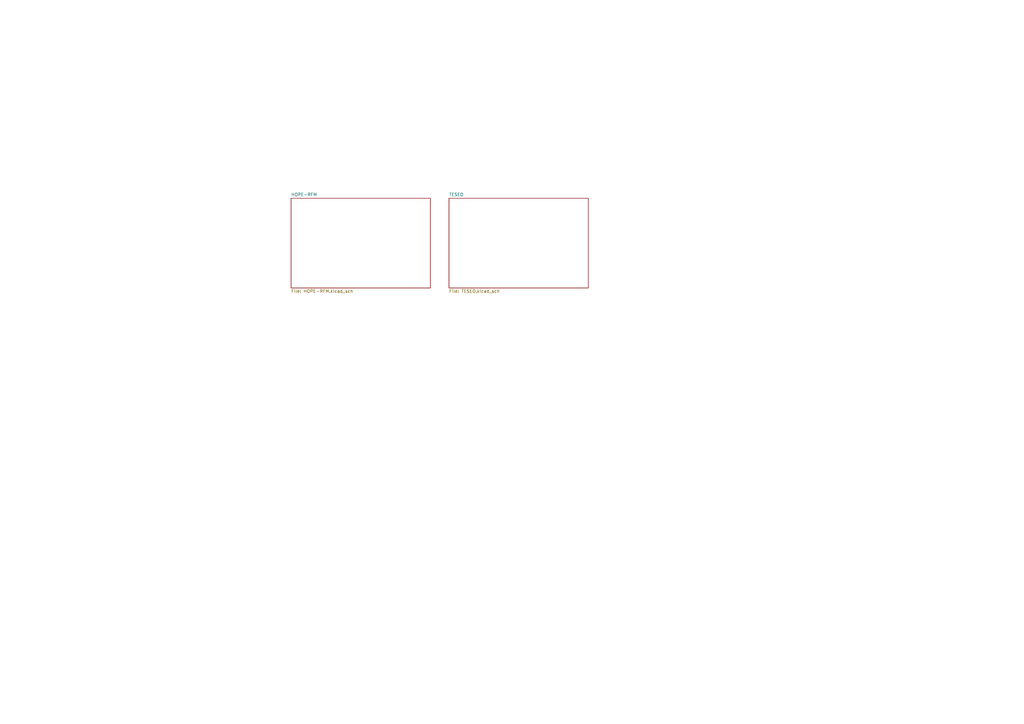
<source format=kicad_sch>
(kicad_sch (version 20230121) (generator eeschema)

  (uuid 25e87aab-0877-4568-a426-1d554c854643)

  (paper "A3")

  (title_block
    (title "MIDAS RF")
    (date "2023-09-15")
    (rev "A")
    (company "Illinois Space Society")
  )

  (lib_symbols
  )


  (sheet (at 119.38 81.28) (size 57.15 36.83) (fields_autoplaced)
    (stroke (width 0.1524) (type solid))
    (fill (color 0 0 0 0.0000))
    (uuid 45e0d08b-daa0-4f1f-9213-38b0addbbbb0)
    (property "Sheetname" "HOPE-RFM" (at 119.38 80.5684 0)
      (effects (font (size 1.27 1.27)) (justify left bottom))
    )
    (property "Sheetfile" "HOPE-RFM.kicad_sch" (at 119.38 118.6946 0)
      (effects (font (size 1.27 1.27)) (justify left top))
    )
    (instances
      (project "MIDAS-MK1"
        (path "/6007cf46-4651-4a02-8f98-d5846f3575c7/1f8badf0-4271-4f49-9799-d79e3356c3ac" (page "5"))
      )
      (project "RF"
        (path "/25e87aab-0877-4568-a426-1d554c854643" (page "2"))
      )
    )
  )

  (sheet (at 184.15 81.28) (size 57.15 36.83) (fields_autoplaced)
    (stroke (width 0.1524) (type solid))
    (fill (color 0 0 0 0.0000))
    (uuid 64bca30c-b4bd-41d3-a4ee-df12f5202914)
    (property "Sheetname" "TESEO" (at 184.15 80.5684 0)
      (effects (font (size 1.27 1.27)) (justify left bottom))
    )
    (property "Sheetfile" "TESEO.kicad_sch" (at 184.15 118.6946 0)
      (effects (font (size 1.27 1.27)) (justify left top))
    )
    (instances
      (project "MIDAS-MK1"
        (path "/6007cf46-4651-4a02-8f98-d5846f3575c7/1f8badf0-4271-4f49-9799-d79e3356c3ac" (page "6"))
      )
      (project "RF"
        (path "/25e87aab-0877-4568-a426-1d554c854643" (page "3"))
      )
    )
  )

  (sheet_instances
    (path "/" (page "1"))
  )
)

</source>
